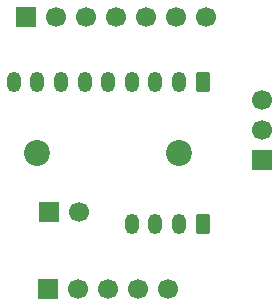
<source format=gbr>
%TF.GenerationSoftware,KiCad,Pcbnew,9.0.2*%
%TF.CreationDate,2025-07-05T20:05:03-04:00*%
%TF.ProjectId,MT6835 Breakout,4d543638-3335-4204-9272-65616b6f7574,rev?*%
%TF.SameCoordinates,Original*%
%TF.FileFunction,Soldermask,Bot*%
%TF.FilePolarity,Negative*%
%FSLAX46Y46*%
G04 Gerber Fmt 4.6, Leading zero omitted, Abs format (unit mm)*
G04 Created by KiCad (PCBNEW 9.0.2) date 2025-07-05 20:05:03*
%MOMM*%
%LPD*%
G01*
G04 APERTURE LIST*
G04 Aperture macros list*
%AMRoundRect*
0 Rectangle with rounded corners*
0 $1 Rounding radius*
0 $2 $3 $4 $5 $6 $7 $8 $9 X,Y pos of 4 corners*
0 Add a 4 corners polygon primitive as box body*
4,1,4,$2,$3,$4,$5,$6,$7,$8,$9,$2,$3,0*
0 Add four circle primitives for the rounded corners*
1,1,$1+$1,$2,$3*
1,1,$1+$1,$4,$5*
1,1,$1+$1,$6,$7*
1,1,$1+$1,$8,$9*
0 Add four rect primitives between the rounded corners*
20,1,$1+$1,$2,$3,$4,$5,0*
20,1,$1+$1,$4,$5,$6,$7,0*
20,1,$1+$1,$6,$7,$8,$9,0*
20,1,$1+$1,$8,$9,$2,$3,0*%
G04 Aperture macros list end*
%ADD10O,1.200000X1.750000*%
%ADD11RoundRect,0.250000X0.350000X0.625000X-0.350000X0.625000X-0.350000X-0.625000X0.350000X-0.625000X0*%
%ADD12R,1.700000X1.700000*%
%ADD13C,1.700000*%
%ADD14C,2.200000*%
G04 APERTURE END LIST*
D10*
%TO.C,J1*%
X131000000Y-89000000D03*
X133000000Y-89000000D03*
X135000000Y-89000000D03*
X137000000Y-89000000D03*
X139000000Y-89000000D03*
X141000000Y-89000000D03*
X143000000Y-89000000D03*
X145000000Y-89000000D03*
D11*
X147000000Y-89000000D03*
%TD*%
D12*
%TO.C,J6*%
X133880000Y-106500000D03*
D13*
X136420000Y-106500000D03*
X138960000Y-106500000D03*
X141500000Y-106500000D03*
X144040000Y-106500000D03*
%TD*%
%TO.C,J5*%
X147240000Y-83500000D03*
X144700000Y-83500000D03*
X142160000Y-83500000D03*
X139620000Y-83500000D03*
X137080000Y-83500000D03*
X134540000Y-83500000D03*
D12*
X132000000Y-83500000D03*
%TD*%
%TO.C,J4*%
X134000000Y-100000000D03*
D13*
X136540000Y-100000000D03*
%TD*%
D12*
%TO.C,J3*%
X152000000Y-95580000D03*
D13*
X152000000Y-93040000D03*
X152000000Y-90500000D03*
%TD*%
D11*
%TO.C,J2*%
X147000000Y-101000000D03*
D10*
X145000000Y-101000000D03*
X143000000Y-101000000D03*
X141000000Y-101000000D03*
%TD*%
D14*
%TO.C,H2*%
X145000000Y-95000000D03*
%TD*%
%TO.C,H1*%
X133000000Y-95000000D03*
%TD*%
M02*

</source>
